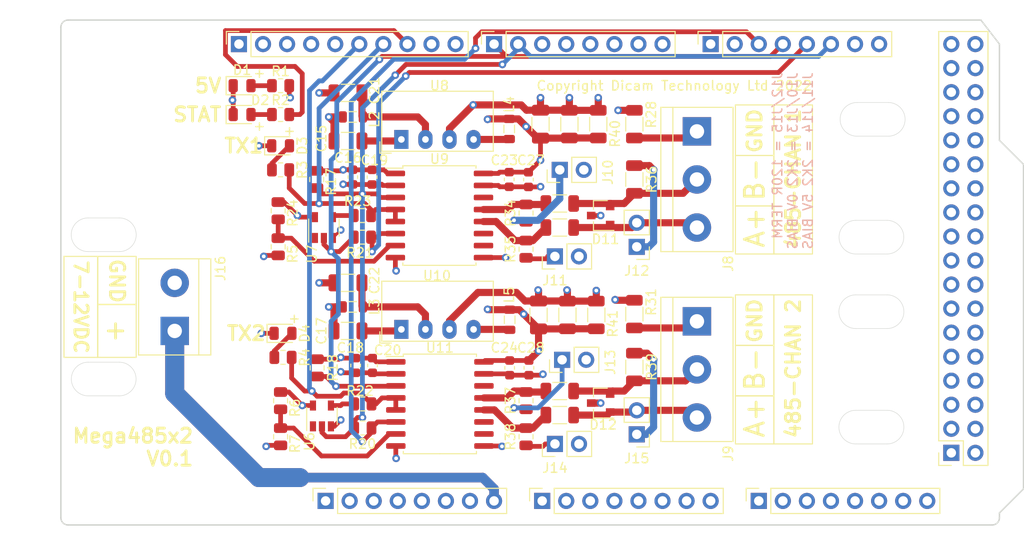
<source format=kicad_pcb>
(kicad_pcb (version 20211014) (generator pcbnew)
  (title_block (date "mar. 31 mars 2015"))
  (layers (0 "F.Cu" signal) (1 "In1.Cu" power) (2 "In2.Cu" power) (31 "B.Cu" signal) (34 "B.Paste" user) (35 "F.Paste" user) (36 "B.SilkS" user "B.Silkscreen") (37 "F.SilkS" user "F.Silkscreen") (38 "B.Mask" user) (39 "F.Mask" user) (44 "Edge.Cuts" user))
  (net 0 "")
  (net 1 "GND")
  (net 2 "/*52")
  (net 3 "/53")
  (net 4 "/50")
  (net 5 "/51")
  (net 6 "/48")
  (net 7 "/49")
  (net 8 "/*46")
  (net 9 "/47")
  (net 10 "/*44")
  (net 11 "/*45")
  (net 12 "/42")
  (net 13 "/43")
  (net 14 "/40")
  (net 15 "/41")
  (net 16 "/38")
  (net 17 "/39")
  (net 18 "/36")
  (net 19 "/37")
  (net 20 "/34")
  (net 21 "/35")
  (net 22 "/32")
  (net 23 "/33")
  (net 24 "/30")
  (net 25 "/31")
  (net 26 "/28")
  (net 27 "/29")
  (net 28 "/26")
  (net 29 "/27")
  (net 30 "/24")
  (net 31 "/25")
  (net 32 "/22")
  (net 33 "/23")
  (net 34 "/IOREF")
  (net 35 "/A0")
  (net 36 "/A1")
  (net 37 "/A2")
  (net 38 "/A3")
  (net 39 "/A8")
  (net 40 "/A9")
  (net 41 "/A10")
  (net 42 "/A11")
  (net 43 "/A12")
  (net 44 "/A13")
  (net 45 "/A14")
  (net 46 "/A15")
  (net 47 "/AREF")
  (net 48 "/*13")
  (net 49 "Net-(C21-Pad1)")
  (net 50 "Net-(C22-Pad1)")
  (net 51 "/*9")
  (net 52 "/*8")
  (net 53 "ISOGNDA")
  (net 54 "ISO5VB")
  (net 55 "/*5")
  (net 56 "/*4")
  (net 57 "/*3")
  (net 58 "/*2")
  (net 59 "/TX0{slash}1")
  (net 60 "/RX0{slash}0")
  (net 61 "+3V3")
  (net 62 "/TX3{slash}14")
  (net 63 "/RX3{slash}15")
  (net 64 "ISOGNDB")
  (net 65 "Net-(D11-Pad1)")
  (net 66 "Net-(D11-Pad2)")
  (net 67 "/SDA{slash}20")
  (net 68 "/SCL{slash}21")
  (net 70 "DE-B")
  (net 71 "DE-A")
  (net 72 "LED-1")
  (net 73 "Rx-B")
  (net 74 "Rx-A")
  (net 75 "Tx-B")
  (net 76 "Tx-A")
  (net 77 "Net-(J9-Pad3)")
  (net 78 "Net-(J10-Pad1)")
  (net 79 "Net-(J11-Pad1)")
  (net 80 "Net-(L4-Pad1)")
  (net 81 "Net-(L5-Pad1)")
  (net 82 "Net-(R22-Pad2)")
  (net 83 "Net-(R23-Pad2)")
  (net 84 "Net-(R26-Pad2)")
  (net 85 "Net-(R27-Pad2)")
  (net 86 "Net-(R29-Pad2)")
  (net 87 "Net-(R30-Pad2)")
  (net 94 "A_RESET")
  (net 95 "TCK")
  (net 96 "TMS")
  (net 97 "TDO")
  (net 98 "TDI")
  (net 99 "+12V")
  (net 100 "Net-(D1-Pad2)")
  (net 101 "Net-(D2-Pad2)")
  (net 102 "Net-(D3-Pad2)")
  (net 103 "Net-(D4-Pad2)")
  (net 104 "+5V")
  (net 105 "Net-(R24-Pad2)")
  (net 106 "Net-(J12-Pad1)")
  (net 107 "Net-(J13-Pad1)")
  (net 108 "Net-(J14-Pad1)")
  (net 109 "Net-(J15-Pad1)")
  (net 110 "Net-(R6-Pad2)")
  (net 111 "Net-(J9-Pad2)")
  (net 112 "Net-(J9-Pad1)")
  (net 113 "Net-(R28-Pad1)")
  (net 114 "/SCL{slash}21A")
  (net 115 "/SDA{slash}20A")
  (footprint "Connector_PinSocket_2.54mm:PinSocket_2x18_P2.54mm_Vertical" (layer "F.Cu") (at 193.98 92.38 180)
    (fp_text reference "J7" hide)
    (fp_text value "Digital")
  )
  (footprint "Connector_PinSocket_2.54mm:PinSocket_1x08_P2.54mm_Vertical" (layer "F.Cu") (at 127.94 97.46 90)
    (fp_text reference "J1" hide)
    (fp_text value "Power")
  )
  (footprint "Connector_PinSocket_2.54mm:PinSocket_1x08_P2.54mm_Vertical" (layer "F.Cu") (at 150.8 97.46 90)
    (fp_text reference "J3" hide)
    (fp_text value "Analog")
  )
  (footprint "Connector_PinSocket_2.54mm:PinSocket_1x08_P2.54mm_Vertical" (layer "F.Cu") (at 173.66 97.46 90)
    (fp_text reference "J5" hide)
    (fp_text value "Analog")
  )
  (footprint "Connector_PinSocket_2.54mm:PinSocket_1x10_P2.54mm_Vertical" (layer "F.Cu") (at 118.796 49.2 90)
    (fp_text reference "J2" hide)
    (fp_text value "PWM")
  )
  (footprint "Connector_PinSocket_2.54mm:PinSocket_1x08_P2.54mm_Vertical" (layer "F.Cu") (at 145.72 49.2 90)
    (fp_text reference "J4" hide)
    (fp_text value "PWM")
  )
  (footprint "Connector_PinSocket_2.54mm:PinSocket_1x08_P2.54mm_Vertical" (layer "F.Cu") (at 168.58 49.2 90)
    (fp_text reference "J6" hide)
    (fp_text value "Communication")
  )
  (footprint "Connector_PinHeader_2.54mm:PinHeader_1x02_P2.54mm_Vertical" (layer "F.Cu") (at 152.146 91.44 90)
    (fp_text reference "J14")
    (fp_text value "Conn_02x01")
  )
  (footprint "Capacitor_SMD:C_0603_1608Metric" (layer "F.Cu") (at 131.1115 83.1475 -90)
    (fp_text reference "C18")
    (fp_text value "1uF")
  )
  (footprint "Inductor_SMD:L_0805_2012Metric" (layer "F.Cu") (at 130.81 76.962)
    (fp_text reference "L3")
    (fp_text value "10uH")
  )
  (footprint "Resistor_SMD:R_1206_3216Metric" (layer "F.Cu") (at 160.528 77.724 90)
    (fp_text reference "R31")
    (fp_text value "100R")
  )
  (footprint "TerminalBlock:TerminalBlock_bornier-3_P5.08mm" (layer "F.Cu") (at 167.132 58.42 -90)
    (fp_text reference "J8")
    (fp_text value "Screw_Terminal_01x03")
  )
  (footprint "Converter_DCDC:Converter_DCDC_muRata_CRE1xxxxxxSC_THT" (layer "F.Cu") (at 135.9375 79.3375 90)
    (fp_text reference "U10")
    (fp_text value "CRE1S0505SC")
  )
  (footprint "Inductor_SMD:L_0805_2012Metric" (layer "F.Cu") (at 130.81 56.896)
    (fp_text reference "L2")
    (fp_text value "10uH")
  )
  (footprint "Capacitor_SMD:C_1206_3216Metric" (layer "F.Cu") (at 130.302 74.422 180)
    (fp_text reference "C22")
    (fp_text value "4.7uF")
  )
  (footprint "Arduino_MountingHole:MountingHole_3.2mm" (layer "F.Cu") (at 196.52 97.46)
    (fp_text reference "MH6" hide)
    (fp_text value "MountingHole_3.2mm" hide)
  )
  (footprint "Resistor_SMD:R_1206_3216Metric" (layer "F.Cu") (at 153.4635 77.8135 90)
    (fp_text reference "R33" hide)
    (fp_text value "300R")
  )
  (footprint "Connector_PinHeader_2.54mm:PinHeader_1x02_P2.54mm_Vertical" (layer "F.Cu") (at 152.654 62.484 90)
    (fp_text reference "J10")
    (fp_text value "Conn_02x01")
  )
  (footprint "Resistor_SMD:R_0805_2012Metric" (layer "F.Cu") (at 122.936 70.612 90)
    (fp_text reference "R5")
    (fp_text value "0R")
  )
  (footprint "Resistor_SMD:R_0805_2012Metric" (layer "F.Cu") (at 123.19 86.868 -90)
    (fp_text reference "R6")
    (fp_text value "DNP/10K")
  )
  (footprint "Resistor_SMD:R_0805_2012Metric" (layer "F.Cu") (at 127.0475 83.4015 -90)
    (fp_text reference "R18")
    (fp_text value "10K")
  )
  (footprint "Resistor_SMD:R_0805_2012Metric" (layer "F.Cu") (at 149.098 90.678 90)
    (fp_text reference "R38")
    (fp_text value "2K2")
  )
  (footprint "Package_TO_SOT_SMD:SOT-23-5" (layer "F.Cu") (at 127.762 68.58 90)
    (fp_text reference "U7")
    (fp_text value "74LVC1G04")
  )
  (footprint "Capacitor_SMD:C_1206_3216Metric" (layer "F.Cu") (at 150.622 57.658 90)
    (fp_text reference "C25" hide)
    (fp_text value "4.7uF")
  )
  (footprint "Resistor_SMD:R_0805_2012Metric" (layer "F.Cu") (at 149.098 67.056 90)
    (fp_text reference "R34")
    (fp_text value "2K2")
  )
  (footprint "Capacitor_SMD:C_0603_1608Metric" (layer "F.Cu") (at 149.352 63.513 -90)
    (fp_text reference "C27")
    (fp_text value "1uF")
  )
  (footprint "Connector_PinHeader_2.54mm:PinHeader_1x02_P2.54mm_Vertical" (layer "F.Cu") (at 152.903 82.55 90)
    (fp_text reference "J13")
    (fp_text value "Conn_02x01")
  )
  (footprint "Resistor_SMD:R_0805_2012Metric" (layer "F.Cu") (at 122.936 66.802 -90)
    (fp_text reference "R24")
    (fp_text value "DNP/10K")
  )
  (footprint "Resistor_SMD:R_1206_3216Metric" (layer "F.Cu") (at 156.718 57.658 90)
    (fp_text reference "R40")
    (fp_text value "300R")
  )
  (footprint "Capacitor_SMD:C_0603_1608Metric" (layer "F.Cu") (at 132.8895 83.1475 -90)
    (fp_text reference "C20")
    (fp_text value " 100nF")
  )
  (footprint "Capacitor_SMD:C_1206_3216Metric" (layer "F.Cu") (at 130.302 59.436)
    (fp_text reference "C15")
    (fp_text value "4.7uF")
  )
  (footprint "Resistor_SMD:R_1206_3216Metric" (layer "F.Cu") (at 152.654 66.04 180)
    (fp_text reference "R26" hide)
    (fp_text value "22R")
  )
  (footprint "Resistor_SMD:R_0805_2012Metric" (layer "F.Cu") (at 149.098 70.866 90)
    (fp_text reference "R35")
    (fp_text value "2K2")
  )
  (footprint "Arduino_MountingHole:MountingHole_3.2mm" (layer "F.Cu") (at 115.24 49.2)
    (fp_text reference "MH1" hide)
    (fp_text value "MountingHole_3.2mm" hide)
  )
  (footprint "LED_SMD:LED_0805_2012Metric" (layer "F.Cu") (at 119.126 53.594)
    (fp_text reference "D1")
    (fp_text value "Red")
  )
  (footprint "Resistor_SMD:R_0805_2012Metric" (layer "F.Cu") (at 131.8735 89.7515 180)
    (fp_text reference "R20")
    (fp_text value "3K3")
  )
  (footprint "LED_SMD:LED_0805_2012Metric" (layer "F.Cu") (at 123.444 79.756)
    (fp_text reference "D4")
    (fp_text value "White")
  )
  (footprint "Capacitor_SMD:C_0603_1608Metric" (layer "F.Cu") (at 149.3995 83.4015 -90)
    (fp_text reference "C28")
    (fp_text value "1uF")
  )
  (footprint "Capacitor_SMD:C_0603_1608Metric" (layer "F.Cu") (at 132.842 63.259 -90)
    (fp_text reference "C19")
    (fp_text value " 100nF")
  )
  (footprint "Connector_PinHeader_2.54mm:PinHeader_1x02_P2.54mm_Vertical" (layer "F.Cu") (at 160.782 70.617 180)
    (fp_text reference "J12")
    (fp_text value "Conn_02x01")
  )
  (footprint "Resistor_SMD:R_1206_3216Metric" (layer "F.Cu") (at 152.654 85.852 180)
    (fp_text reference "R29" hide)
    (fp_text value "22R")
  )
  (footprint "Capacitor_SMD:C_0603_1608Metric" (layer "F.Cu") (at 130.81 63.246 -90)
    (fp_text reference "C16")
    (fp_text value "1uF")
  )
  (footprint "Resistor_SMD:R_0805_2012Metric" (layer "F.Cu") (at 123.19 62.484)
    (fp_text reference "R3")
    (fp_text value "3K")
  )
  (footprint "LED_SMD:LED_0805_2012Metric" (layer "F.Cu") (at 119.126 56.642)
    (fp_text reference "D2")
    (fp_text value "Green")
  )
  (footprint "LED_SMD:LED_0805_2012Metric" (layer "F.Cu") (at 123.19 59.944)
    (fp_text reference "D3")
    (fp_text value "Blue")
  )
  (footprint "Connector_PinHeader_2.54mm:PinHeader_1x02_P2.54mm_Vertical" (layer "F.Cu") (at 152.141 71.628 90)
    (fp_text reference "J11")
    (fp_text value "Conn_02x01")
  )
  (footprint "Resistor_SMD:R_1206_3216Metric" (layer "F.Cu") (at 160.528 63.5 -90)
    (fp_text reference "R36")
    (fp_text value "120R")
  )
  (footprint "Capacitor_SMD:C_1206_3216Metric" (layer "F.Cu") (at 130.302 79.502)
    (fp_text reference "C17")
    (fp_text value "4.7uF")
  )
  (footprint "Resistor_SMD:R_1206_3216Metric" (layer "F.Cu") (at 153.67 57.658 90)
    (fp_text reference "R32" hide)
    (fp_text value "300R")
  )
  (footprint "Capacitor_SMD:C_1206_3216Metric" (layer "F.Cu") (at 150.4155 77.8135 90)
    (fp_text reference "C26" hide)
    (fp_text value "4.7uF")
  )
  (footprint "Resistor_SMD:R_0805_2012Metric" (layer "F.Cu") (at 131.826 67.31 180)
    (fp_text reference "R23")
    (fp_text value "3K3")
  )
  (footprint "Resistor_SMD:R_1206_3216Metric" (layer "F.Cu") (at 156.5115 77.8135 90)
    (fp_text reference "R41")
    (fp_text value "300R")
  )
  (footprint "Inductor_SMD:L_0805_2012Metric" (layer "F.Cu") (at 147.32 58.166 90)
    (fp_text reference "L4")
    (fp_text value "10uH")
  )
  (footprint "Resistor_SMD:R_0805_2012Metric" (layer "F.Cu") (at 123.19 56.642)
    (fp_text reference "R2")
    (fp_text value "3K")
  )
  (footprint "Resistor_SMD:R_0805_2012Metric" (layer "F.Cu") (at 123.19 53.594)
    (fp_text reference "R1")
    (fp_text value "3K")
  )
  (footprint "Resistor_SMD:R_1206_3216Metric" (layer "F.Cu") (at 152.654 68.58 180)
    (fp_text reference "R27" hide)
    (fp_text value "22R")
  )
  (footprint "Resistor_SMD:R_1206_3216Metric" (layer "F.Cu") (at 160.528 83.312 -90)
    (fp_text reference "R39")
    (fp_text value "120R")
  )
  (footprint "Package_TO_SOT_SMD:SOT-23" (layer "F.Cu") (at 156.972 67.31 180)
    (fp_text reference "D11")
    (fp_text value "SM712_SOT23")
  )
  (footprint "Inductor_SMD:L_0805_2012Metric" (layer "F.Cu") (at 147.3675 78.3215 90)
    (fp_text reference "L5")
    (fp_text value "10uH")
  )
  (footprint "Resistor_SMD:R_0805_2012Metric" (layer "F.Cu") (at 127 63.5 -90)
    (fp_text reference "R17")
    (fp_text value "10K")
  )
  (footprint "Resistor_SMD:R_0805_2012Metric" (layer "F.Cu") (at 123.19 90.678 90)
    (fp_text reference "R7")
    (fp_text value "0R")
  )
  (footprint "Capacitor_SMD:C_1206_3216Metric" (layer "F.Cu") (at 130.302 54.356 180)
    (fp_text reference "C21")
    (fp_text value "4.7uF")
  )
  (footprint "Package_TO_SOT_SMD:SOT-23-5" (layer "F.Cu") (at 127.5555 88.4815 90)
    (fp_text reference "U6")
    (fp_text value "74LVC1G04")
  )
  (footprint "Package_TO_SOT_SMD:SOT-23" (layer "F.Cu") (at 156.972 87.122 180)
    (fp_text reference "D12")
    (fp_text value "SM712_SOT23")
  )
  (footprint "Resistor_SMD:R_0805_2012Metric" (layer "F.Cu") (at 131.8735 87.2115 180)
    (fp_text reference "R22")
    (fp_text value "3K3")
  )
  (footprint "Resistor_SMD:R_0805_2012Metric" (layer "F.Cu") (at 149.098 86.868 90)
    (fp_text reference "R37")
    (fp_text value "2K2")
  )
  (footprint "Resistor_SMD:R_1206_3216Metric" (layer "F.Cu") (at 160.528 57.658 90)
    (fp_text reference "R28")
    (fp_text value "100R")
  )
  (footprint "Package_SO:SOIC-16W_7.5x10.3mm_P1.27mm" (layer "F.Cu") (at 140.0015 87.2115)
    (fp_text reference "U11")
    (fp_text value "ISO308xDWR")
  )
  (footprint "Converter_DCDC:Converter_DCDC_muRata_CRE1xxxxxxSC_THT" (layer "F.Cu") (at 135.9375 59.2715 90)
    (fp_text reference "U8")
    (fp_text value "CRE1S0505SC")
  )
  (footprint "Resistor_SMD:R_0805_2012Metric" (layer "F.Cu") (at 123.444 82.296)
    (fp_text reference "R4")
    (fp_text value "3K")
  )
  (footprint "Arduino_MountingHole:MountingHole_3.2mm" (layer "F.Cu") (at 113.97 97.46)
    (fp_text reference "MH2" hide)
    (fp_text value "MountingHole_3.2mm" hide)
  )
  (footprint "Connector_PinHeader_2.54mm:PinHeader_1x02_P2.54mm_Vertical" (layer "F.Cu") (at 160.782 90.429 180)
    (fp_text reference "J15")
    (fp_text value "Conn_02x01")
  )
  (footprint "TerminalBlock:TerminalBlock_bornier-3_P5.08mm" (layer "F.Cu") (at 167.132 78.486 -90)
    (fp_text reference "J9")
    (fp_text value "Screw_Terminal_01x03")
  )
  (footprint "Package_SO:SOIC-16W_7.5x10.3mm_P1.27mm" (layer "F.Cu") (at 139.954 67.31)
    (fp_text reference "U9")
    (fp_text value "ISO308xDWR")
  )
  (footprint "Resistor_SMD:R_0805_2012Metric" (layer "F.Cu") (at 131.826 69.596 180)
    (fp_text reference "R21")
    (fp_text value "3K3")
  )
  (footprint "Arduino_MountingHole:MountingHole_3.2mm" (layer "F.Cu") (at 190.17 49.2)
    (fp_text reference "MH5" hide)
    (fp_text value "MountingHole_3.2mm" hide)
  )
  (footprint "Resistor_SMD:R_1206_3216Metric" (layer "F.Cu") (at 152.654 88.392 180)
    (fp_text reference "R30" hide)
    (fp_text value "22R")
  )
  (footprint "Capacitor_SMD:C_0603_1608Metric" (layer "F.Cu") (at 147.32 63.5 -90)
    (fp_text reference "C23")
    (fp_text value " 100nF")
  )
  (footprint "Capacitor_SMD:C_0603_1608Metric" (layer "F.Cu") (at 147.3675 83.4015 -90)
    (fp_text reference "C24")
    (fp_text value " 100nF")
  )
  (footprint "TerminalBlock:TerminalBlock_bornier-2_P5.08mm" (layer "F.Cu") (at 112.014 79.502 90)
    (fp_text reference "J16")
    (fp_text value "Screw_Terminal_01x02")
  )
  (gr_rect (start 171.196 60.96) (end 175.26 66.294) (layer "F.SilkS") (width 0.12) (fill none))
  (gr_rect (start 175.26 75.692) (end 179.324 91.44) (layer "F.SilkS") (width 0.12) (fill none))
  (gr_rect (start 107.95 82.296) (end 103.886 76.708) (layer "F.SilkS") (width 0.12) (fill none))
  (gr_rect (start 107.95 76.708) (end 103.886 71.628) (layer "F.SilkS") (width 0.12) (fill none))
  (gr_rect (start 103.886 82.296) (end 100.33 71.628) (layer "F.SilkS") (width 0.12) (fill none))
  (gr_rect (start 171.196 86.36) (end 175.26 91.44) (layer "F.SilkS") (width 0.12) (fill none))
  (gr_rect (start 171.196 66.294) (end 175.26 71.374) (layer "F.SilkS") (width 0.12) (fill none))
  (gr_rect (start 175.26 55.626) (end 179.324 71.374) (layer "F.SilkS") (width 0.12) (fill none))
  (gr_rect (start 171.196 81.026) (end 175.26 86.36) (layer "F.SilkS") (width 0.12) (fill none))
  (gr_rect (start 171.196 75.692) (end 175.26 81.026) (layer "F.SilkS") (width 0.12) (fill none))
  (gr_rect (start 171.196 55.626) (end 175.26 60.96) (layer "F.SilkS") (width 0.12) (fill none))
  (gr_arc (start 187.198 67.818) (mid 188.976 69.596) (end 187.198 71.374) (layer "Edge.Cuts") (width 0.05))
  (gr_line (start 199.06 59.36) (end 201.6 61.9) (layer "Edge.Cuts") (width 0.15))
  (gr_line (start 100 99.238) (end 100 47.422) (layer "Edge.Cuts") (width 0.15))
  (gr_arc (start 102.87 71.12) (mid 101.092 69.342) (end 102.87 67.564) (layer "Edge.Cuts") (width 0.05))
  (gr_line (start 102.87 86.36) (end 106.172 86.36) (layer "Edge.Cuts") (width 0.05))
  (gr_line (start 183.896 91.44) (end 187.198 91.44) (layer "Edge.Cuts") (width 0.05))
  (gr_line (start 183.896 79.248) (end 187.198 79.248) (layer "Edge.Cuts") (width 0.05))
  (gr_line (start 183.896 67.818) (end 187.198 67.818) (layer "Edge.Cuts") (width 0.05))
  (gr_line (start 102.87 67.564) (end 106.172 67.564) (layer "Edge.Cuts") (width 0.05))
  (gr_line (start 201.6 61.9) (end 201.6 96.19) (layer "Edge.Cuts") (width 0.15))
  (gr_line (start 198.298 100) (end 100.762 100) (layer "Edge.Cuts") (width 0.15))
  (gr_line (start 184.023 58.928) (end 187.325 58.928) (layer "Edge.Cuts") (width 0.05))
  (gr_arc (start 183.896 91.44) (mid 182.118 89.662) (end 183.896 87.884) (layer "Edge.Cuts") (width 0.05))
  (gr_line (start 100.762 46.66) (end 197.104 46.66) (layer "Edge.Cuts") (width 0.15))
  (gr_line (start 183.896 75.692) (end 187.198 75.692) (layer "Edge.Cuts") (width 0.05))
  (gr_arc (start 100.762 100) (mid 100.223185 99.776815) (end 100 99.238) (layer "Edge.Cuts") (width 0.15))
  (gr_line (start 201.6 96.19) (end 199.06 98.73) (layer "Edge.Cuts") (width 0.15))
  (gr_line (start 184.023 55.372) (end 187.325 55.372) (layer "Edge.Cuts") (width 0.05))
  (gr_arc (start 187.198 75.692) (mid 188.976 77.47) (end 187.198 79.248) (layer "Edge.Cuts") (width 0.05))
  (gr_arc (start 187.325 55.372) (mid 189.103 57.15) (end 187.325 58.928) (layer "Edge.Cuts") (width 0.05))
  (gr_line (start 197.104 46.66) (end 199.06 49.2) (layer "Edge.Cuts") (width 0.15))
  (gr_line (start 183.896 87.884) (end 187.198 87.884) (layer "Edge.Cuts") (width 0.05))
  (gr_arc (start 199.06 99.238) (mid 198.836815 99.776815) (end 198.298 100) (layer "Edge.Cuts") (width 0.15))
  (gr_line (start 102.87 82.804) (end 106.172 82.804) (layer "Edge.Cuts") (width 0.05))
  (gr_arc (start 187.198 87.884) (mid 188.976 89.662) (end 187.198 91.44) (layer "Edge.Cuts") (width 0.05))
  (gr_arc (start 183.896 79.248) (mid 182.118 77.47) (end 183.896 75.692) (layer "Edge.Cuts") (width 0.05))
  (gr_line (start 183.896 71.374) (end 187.198 71.374) (layer "Edge.Cuts") (width 0.05))
  (gr_arc (start 106.172 67.564) (mid 107.95 69.342) (end 106.172 71.12) (layer "Edge.Cuts") (width 0.05))
  (gr_line (start 102.87 71.12) (end 106.172 71.12) (layer "Edge.Cuts") (width 0.05))
  (gr_arc (start 183.896 71.374) (mid 182.118 69.596) (end 183.896 67.818) (layer "Edge.Cuts") (width 0.05))
  (gr_arc (start 106.172 82.804) (mid 107.95 84.582) (end 106.172 86.36) (layer "Edge.Cuts") (width 0.05))
  (gr_line (start 199.06 49.2) (end 199.06 59.36) (layer "Edge.Cuts") (width 0.15))
  (gr_arc (start 184.023 58.928) (mid 182.245 57.15) (end 184.023 55.372) (layer "Edge.Cuts") (width 0.05))
  (gr_line (start 199.06 98.73) (end 199.06 99.238) (layer "Edge.Cuts") (width 0.15))
  (gr_arc (start 100 47.422) (mid 100.223185 46.883185) (end 100.762 46.66) (layer "Edge.Cuts") (width 0.15))
  (gr_arc (start 102.87 86.36) (mid 101.092 84.582) (end 102.87 82.804) (layer "Edge.Cuts") (width 0.05))
  (gr_text "J12/J15 = 120R TERM\nJ10/J13 = 2K2 0V BIAS\nJ11/J14 = 2K2 5V BIAS" (at 177.2412 52.0954 90) (layer "B.SilkS") (effects (font (size 1 1)) (justify left mirror)))
  (gr_text "Mega485x2\nV0.1" (at 114.1222 91.7956) (layer "F.SilkS") (effects (font (size 1.5 1.5) (thickness 0.3)) (justify right)))
  (gr_text "485-CHAN 2" (at 177.292 75.946 90) (layer "F.SilkS") (effects (font (size 1.5 1.5) (thickness 0.3)) (justify right)))
  (gr_text "+" (at 124.714 78.232 270) (layer "F.SilkS") (effects (font (size 1 1))))
  (gr_text "TX2" (at 121.759 79.756) (layer "F.SilkS") (effects (font (size 1.5 1.5) (thickness 0.3)) (justify right)))
  (gr_text "TX1" (at 121.505 59.944) (layer "F.SilkS") (effects (font (size 1.5 1.5) (thickness 0.3)) (justify right)))
  (gr_text "7-12VDC" (at 102.108 82.042 270) (layer "F.SilkS") (effects (font (size 1.4 1.4) (thickness 0.3)) (justify right)))
  (gr_text "+" (at 124.206 58.42 270) (layer "F.SilkS") (effects (font (size 1 1))))
  (gr_text "A+" (at 173.228 68.58 90) (layer "F.SilkS") (effects (font (size 2 2) (thickness 0.3))))
  (gr_text "STAT" (at 117.094 56.642) (layer "F.SilkS") (effects (font (size 1.5 1.5) (thickness 0.3)) (justify right)))
  (gr_text "+" (at 121.031 57.912 270) (layer "F.SilkS") (effects (font (size 1 1))))
  (gr_text "5V" (at 117.094 53.594) (layer "F.SilkS") (effects (font (size 1.5 1.5) (thickness 0.3)) (justify right)))
  (gr_text "Copyright Dicam Technology Ltd 2022" (at 150.114 53.594) (layer "F.SilkS") (effects (font (size 1 1)) (justify left)))
  (gr_text "+" (at 121.031 52.324 270) (layer "F.SilkS") (effects (font (size 1 1))))
  (gr_text "GND" (at 105.918 76.708 270) (layer "F.SilkS") (effects (font (size 1.5 1.5) (thickness 0.3)) (justify right)))
  (gr_text "GND" (at 173.228 75.946 90) (layer "F.SilkS") (effects (font (size 1.5 1.5) (thickness 0.3)) (justify right)))
  (gr_text "B-" (at 173.228 63.5 90) (layer "F.SilkS") (effects (font (size 2 2) (thickness 0.3))))
  (gr_text "GND" (at 173.228 55.88 90) (layer "F.SilkS") (effects (font (size 1.5 1.5) (thickness 0.3)) (justify right)))
  (gr_text "485-CHAN 1" (at 177.292 55.88 90) (layer "F.SilkS") (effects (font (size 1.5 1.5) (thickness 0.3)) (justify right)))
  (gr_text "B-" (at 173.228 83.566 90) (layer "F.SilkS") (effects (font (size 2 2) (thickness 0.3))))
  (gr_text "A+" (at 173.228 88.646 90) (layer "F.SilkS") (effects (font (size 2 2) (thickness 0.3))))
  (gr_text "+" (at 105.918 79.502 270) (layer "F.SilkS") (effects (font (size 2 2) (thickness 0.3))))
  (segment (start 135.3515 91.6565) (end 135.3515 92.9335) (width 0.5) (layer "F.Cu") (net 1))
  (segment (start 128.827 54.356) (end 127.254 54.356) (width 0.75) (layer "F.Cu") (net 1))
  (segment (start 128.712 69.68) (end 128.712 69.662) (width 0.29) (layer "F.Cu") (net 1))
  (segment (start 118.1885 55.1965) (end 118.11 55.118) (width 0.5) (layer "F.Cu") (net 1))
  (segment (start 118.1885 53.594) (end 118.1885 55.0395) (width 0.5) (layer "F.Cu") (net 1))
  (segment (start 135.3515 84.0365) (end 133.0035 84.0365) (width 0.5) (layer "F.Cu") (net 1))
  (segment (start 128.712 69.662) (end 129.54 68.834) (width 0.29) (layer "F.Cu") (net 1))
  (segment (start 132.868 64.008) (end 132.842 64.034) (width 0.5) (layer "F.Cu") (net 1))
  (segment (start 135.773 59.436) (end 135.9375 59.2715) (width 0.75) (layer "F.Cu") (net 1))
  (segment (start 121.158 79.756) (end 122.5065 79.756) (width 0.5) (layer "F.Cu") (net 1))
  (segment (start 121.5155 71.5245) (end 121.412 71.628) (width 0.5) (layer "F.Cu") (net 1))
  (segment (start 135.304 64.135) (end 133.985 64.135) (width 0.5) (layer "F.Cu") (net 1))
  (segment (start 135.304 73.074) (end 135.382 73.152) (width 0.5) (layer "F.Cu") (net 1))
  (segment (start 129.807 64.021) (end 129.794 64.008) (width 0.5) (layer "F.Cu") (net 1))
  (segment (start 122.936 71.5245) (end 121.5155 71.5245) (width 0.5) (layer "F.Cu") (net 1))
  (segment (start 133.858 64.008) (end 132.868 64.008) (width 0.5) (layer "F.Cu") (net 1))
  (segment (start 133.985 64.135) (end 133.858 64.008) (width 0.5) (layer "F.Cu") (net 1))
  (segment (start 123.19 91.5905) (end 121.7695 91.5905) (width 0.5) (layer "F.Cu") (net 1))
  (segment (start 135.304 71.755) (end 135.304 73.074) (width 0.5) (layer "F.Cu") (net 1))
  (segment (start 131.777 79.502) (end 135.773 79.502) (width 0.75) (layer "F.Cu") (net 1))
  (segment (start 131.777 59.436) (end 135.773 59.436) (width 0.75) (layer "F.Cu") (net 1))
  (segment (start 118.1885 56.642) (end 118.1885 55.1965) (width 0.5) (layer "F.Cu") (net 1))
  (segment (start 118.1885 55.0395) (end 118.11 55.118) (width 0.5) (layer "F.Cu") (net 1))
  (segment (start 129.6425 83.9225) (end 129.54 83.82) (width 0.5) (layer "F.Cu") (net 1))
  (segment (start 135.3515 92.9335) (end 135.382 92.964) (width 0.5) (layer "F.Cu") (net 1))
  (segment (start 131.1115 83.9225) (end 129.6425 83.9225) (width 0.5) (layer "F.Cu") (net 1))
  (segment (start 135.773 79.502) (end 135.9375 79.3375) (width 0.75) (layer "F.Cu") (net 1))
  (segment (start 132.842 64.034) (end 130.823 64.034) (width 0.5) (layer "F.Cu") (net 1))
  (segment (start 128.8585 89.5815) (end 129.54 88.9) (width 0.5) (layer "F.Cu") (net 1))
  (segment (start 130.81 64.021) (end 129.807 64.021) (width 0.5) (layer "F.Cu") (net 1))
  (segment (start 132.8895 83.9225) (end 131.1115 83.9225) (width 0.5) (layer "F.Cu") (net 1))
  (segment (start 120.904 59.944) (end 122.2525 59.944) (width 0.5) (layer "F.Cu") (net 1))
  (segment (start 133.0035 84.0365) (end 132.8895 83.9225) (width 0.5) (layer "F.Cu") (net 1))
  (segment (start 128.827 74.422) (end 127.254 74.422) (width 0.75) (layer "F.Cu") (net 1))
  (segment (start 130.823 64.034) (end 130.81 64.021) (width 0.5) (layer "F.Cu") (net 1))
  (segment (start 128.5055 89.5815) (end 128.8585 89.5815) (width 0.5) (layer "F.Cu") (net 1))
  (segment (start 121.7695 91.5905) (end 121.666 91.694) (width 0.5) (layer "F.Cu") (net 1))
  (via (at 129.54 83.82) (size 0.8) (drill 0.4) (layers "F.Cu" "B.Cu") (net 1))
  (via (at 135.382 73.152) (size 0.8) (drill 0.4) (layers "F.Cu" "B.Cu") (net 1))
  (via (at 127.254 74.422) (size 0.8) (drill 0.4) (layers "F.Cu" "B.Cu") (net 1))
  (via (at 127.254 54.356) (size 0.8) (drill 0.4) (layers "F.Cu" "B.Cu") (net 1))
  (via (at 121.412 71.628) (size 0.8) (drill 0.4) (layers "F.Cu" "B.Cu") (net 1))
  (via (at 121.158 79.756) (size 0.8) (drill 0.4) (layers "F.Cu" "B.Cu") (net 1))
  (via (at 118.11 55.118) (size 0.8) (drill 0.4) (layers "F.Cu" "B.Cu") (net 1))
  (via (at 120.904 59.944) (size 0.8) (drill 0.4) (layers "F.Cu" "B.Cu") (net 1))
  (via (at 135.382 92.964) (size 0.8) (drill 0.4) (layers "F.Cu" "B.Cu") (net 1))
  (via (at 129.54 88.9) (size 0.8) (drill 0.4) (layers "F.Cu" "B.Cu") (net 1))
  (via (at 129.54 68.834) (size 0.8) (drill 0.4) (layers "F.Cu" "B.Cu") (net 1))
  (via (at 129.794 64.008) (size 0.8) (drill 0.4) (layers "F.Cu" "B.Cu") (net 1))
  (via (at 121.666 91.694) (size 0.8) (drill 0.4) (layers "F.Cu" "B.Cu") (net 1))
  (segment (start 138.4775 57.7055) (end 138.4775 59.2715) (width 0.75) (layer "F.Cu") (net 49))
  (segment (start 137.668 56.896) (end 138.4775 57.7055) (width 0.75) (layer "F.Cu") (net 49))
  (segment (start 131.777 56.8005) (end 131.8725 56.896) (width 0.75) (layer "F.Cu") (net 49))
  (segment (start 131.8725 56.896) (end 137.668 56.896) (width 0.75) (layer "F.Cu") (net 49))
  (segment (start 131.777 54.356) (end 131.777 56.8005) (width 0.75) (layer "F.Cu") (net 49))
  (segment (start 138.4775 77.7715) (end 138.4775 79.3375) (width 0.75) (layer "F.Cu") (net 50))
  (segment (start 131.777 76.8665) (end 131.8725 76.962) (width 0.75) (layer "F.Cu") (net 50))
  (segment (start 131.777 74.422) (end 131.777 76.8665) (width 0.75) (layer "F.Cu") (net 50))
  (segment (start 131.8725 76.962) (end 137.668 76.962) (width 0.75) (layer "F.Cu") (net 50))
  (segment (start 137.668 76.962) (end 138.4775 77.7715) (width 0.75) (layer "F.Cu") (net 50))
  (segment (start 144.604 71.755) (end 146.939 71.755) (width 0.5) (layer "F.Cu") (net 53))
  (segment (start 160.528 56.1955) (end 158.8115 56.1955) (width 0.75) (layer "F.Cu") (net 53))
  (segment (start 147.32 62.725) (end 149.339 62.725) (width 0.5) (layer "F.Cu") (net 53))
  (segment (start 147.32 57.1035) (end 145.0805 57.1035) (width 0.75) (layer "F.Cu") (net 53))
  (segment (start 149.147 56.183) (end 150.622 56.183) (width 0.75) (layer "F.Cu") (net 53))
  (segment (start 144.604 64.135) (end 146.177 64.135) (width 0.5) (layer "F.Cu") (net 53))
  (segment (start 145.0805 57.1035) (end 145.034 57.15) (width 0.75) (layer "F.Cu") (net 53))
  (segment (start 147.32 57.1035) (end 148.2895 57.1035) (width 0.75) (layer "F.Cu") (net 53))
  (segment (start 146.177 64.135) (end 146.317 64.275) (width 0.5) (layer "F.Cu") (net 53))
  (segment (start 148.59 55.626) (end 149.147 56.183) (width 0.75) (layer "F.Cu") (net 53))
  (segment (start 150.319 59.133) (end 150.622 59.133) (width 0.75) (layer "F.Cu") (net 53))
  (segment (start 153.67 59.1205) (end 156.718 59.1205) (width 0.75) (layer "F.Cu") (net 53))
  (segment (start 141.0175 58.1185) (end 143.51 55.626) (width 0.75) (layer "F.Cu") (net 53))
  (segment (start 149.352 62.738) (end 150.622 61.468) (width 0.5) (layer "F.Cu") (net 53))
  (segment (start 148.2895 57.1035) (end 149.098 57.912) (width 0.75) (layer "F.Cu") (net 53))
  (segment (start 150.622 56.183) (end 153.6575 56.183) (width 0.75) (layer "F.Cu") (net 53))
  (segment (start 147.32 64.275) (end 149.339 64.275) (width 0.5) (layer "F.Cu") (net 53))
  (segment (start 150.596 64.288) (end 150.622 64.262) (width 0.5) (layer "F.Cu") (net 53))
  (segment (start 150.622 59.133) (end 153.6575 59.133) (width 0.75) (layer "F.Cu") (net 53))
  (segment (start 146.317 64.275) (end 147.32 64.275) (width 0.5) (layer "F.Cu") (net 53))
  (segment (start 153.6575 59.133) (end 153.67 59.1205) (width 0.75) (layer "F.Cu") (net 53))
  (segment (start 156.718 56.1955) (end 156.718 54.864) (width 0.75) (layer "F.Cu") (net 53))
  (segment (start 144.604 62.865) (end 146.177 62.865) (width 0.5) (layer "F.Cu") (net 53))
  (segment (start 143.51 55.626) (end 148.59 55.626) (width 0.75) (layer "F.Cu") (net 53))
  (segment (start 150.622 59.133) (end 150.622 61.468) (width 0.5) (layer "F.Cu") (net 53))
  (segment (start 153.6575 56.183) (end 153.67 56.1955) (width 0.75) (layer "F.Cu") (net 53))
  (segment (start 148.2895 57.1035) (end 150.319 59.133) (width 0.75) (layer "F.Cu") (net 53))
  (segment (start 155.972 67.31) (end 156.972 67.31) (width 0.5) (layer "F.Cu") (net 53))
  (segment (start 149.352 64.288) (end 150.596 64.288) (width 0.5) (layer "F.Cu") (net 53))
  (segment (start 146.177 62.865) (end 146.317 62.725) (width 0.5) (layer "F.Cu") (net 53))
  (segment (start 146.317 62.725) (end 147.32 62.725) (width 0.5) (layer "F.Cu") (net 53))
  (segment (start 150.622 56.183) (end 150.622 54.864) (width 0.75) (layer "F.Cu") (net 53))
  (segment (start 141.0175 59.2715) (end 141.0175 58.1185) (width 0.75) (layer "F.Cu") (net 53))
  (segment (start 153.67 56.1955) (end 156.718 56.1955) (width 0.75) (layer "F.Cu") (net 53))
  (segment (start 149.339 64.275) (end 149.352 64.288) (width 0.5) (layer "F.Cu") (net 53))
  (segment (start 149.339 62.725) (end 149.352 62.738) (width 0.5) (layer "F.Cu") (net 53))
  (segment (start 153.67 56.1955) (end 153.67 54.864) (width 0.75) (layer "F.Cu") (net 53))
  (via (at 150.622 64.262) (size 0.8) (drill 0.4) (layers "F.Cu" "B.Cu") (net 53))
  (via (at 156.718 54.864) (size 0.8) (drill 0.4) (layers "F.Cu" "B.Cu") (net 53))
  (via (at 145.034 57.15) (size 0.8) (drill 0.4) (layers "F.Cu" "B.Cu") (net 53))
  (via (at 150.622 54.864) (size 0.8) (drill 0.4) (layers "F.Cu" "B.Cu") (net 53))
  (via (at 143.51 55.626) (size 0.8) (drill 0.4) (layers "F.Cu" "B.Cu") (net 53))
  (via (at 156.972 67.31) (size 0.8) (drill 0.4) (layers "F.Cu" "B.Cu") (net 53))
  (via (at 153.67 54.864) (size 0.8) (drill 0.4) (layers "F.Cu" "B.Cu") (net 53))
  (via (at 150.622 61.468) (size 0.8) (drill 0.4) (layers "F.Cu" "B.Cu") (net 53))
  (via (at 149.098 57.912) (size 0.8) (drill 0.4) (layers "F.Cu" "B.Cu") (net 53))
  (via (at 158.8115 56.1955) (size 0.8) (drill 0.4) (layers "F.Cu" "B.Cu") (net 53))
  (via (at 146.939 71.755) (size 0.8) (drill 0.4) (layers "F.Cu" "B.Cu") (net 53))
  (segment (start 153.4635 79.276) (end 156.5115 79.276) (width 0.75) (layer "F.Cu") (net 54))
  (segment (start 145.077 77.259) (end 145.034 77.216) (width 0.75) (layer "F.Cu") (net 54))
  (segment (start 149.3995 82.6265) (end 147.3675 82.6265) (width 0.5) (layer "F.Cu") (net 54))
  (segment (start 150.4155 81.6105) (end 149.3995 82.6265) (width 0.75) (layer "F.Cu") (net 54))
  (segment (start 148.386 77.259) (end 150.4155 79.2885) (width 0.75) (layer "F.Cu") (net 54))
  (segment (start 150.4155 79.2885) (end 153.451 79.2885) (width 0.75) (layer "F.Cu") (net 54))
  (segment (start 147.3675 77.259) (end 148.386 77.259) (width 0.75) (layer "F.Cu") (net 54))
  (segment (start 147.3675 82.6265) (end 144.7915 82.6265) (width 0.5) (layer "F.Cu") (net 54))
  (segment (start 150.4155 79.2885) (end 150.4155 81.6105) (width 0.75) (layer "F.Cu") (net 54))
  (segment (start 144.7915 82.6265) (end 144.6515 82.7665) (width 0.5) (layer "F.Cu") (net 54))
  (segment (start 153.451 79.2885) (end 153.4635 79.276) (width 0.75) (layer "F.Cu") (net 54))
  (segment (start 147.3675 77.259) (end 145.077 77.259) (width 0.75) (layer "F.Cu") (net 54))
  (via (at 148.8475 77.7205) (size 0.8) (drill 0.4) (layers "F.Cu" "B.Cu") (net 54))
  (via (at 145.034 77.216) (size 0.8) (drill 0.4) (layers "F.Cu" "B.Cu") (net 54))
  (via (at 150.4155 81.6105) (size 0.8) (drill 0.4) (layers "F.Cu" "B.Cu") (net 54))
  (segment (start 141.0175 79.3375) (end 141.0175 78.4385) (width 0.75) (layer "F.Cu") (net 64))
  (segment (start 148.082 75.438) (end 148.9825 76.3385) (width 0.75) (layer "F.Cu") (net 64))
  (segment (start 146.5205 91.6565) (end 146.558 91.694) (width 0.5) (layer "F.Cu") (net 64))
  (segment (start 148.9825 76.3385) (end 150.4155 76.3385) (width 0.75) (layer "F.Cu") (net 64))
  (segment (start 160.528 76.2615) (end 158.5575 76.2615) (width 0.75) (layer "F.Cu") (net 64))
  (segment (start 150.4155 75.2315) (end 150.368 75.184) (width 0.75) (layer "F.Cu") (net 64))
  (segment (start 153.4635 76.351) (end 153.4635 75.2315) (width 0.75) (layer "F.Cu") (net 64))
  (segment (start 153.4635 76.351) (end 156.5115 76.351) (width 0.75) (layer "F.Cu") (net 64))
  (segment (start 158.5575 76.2615) (end 158.496 76.2) (width 0.75) (layer "F.Cu") (net 64))
  (segment (start 141.0175 78.4385) (end 144.018 75.438) (width 0.75) (layer "F.Cu") (net 64))
  (segment (start 150.4155 76.3385) (end 150.4155 75.2315) (width 0.75) (layer "F.Cu") (net 64))
  (segment (start 155.972 87.122) (end 156.972 87.122) (width 0.75) (layer "F.Cu") (net 64))
  (segment (start 149.3995 84.1765) (end 150.7735 84.1765) (width 0.5) (layer "F.Cu") (net 64))
  (segment (start 144.018 75.438) (end 148.082 75.438) (width 0.75) (layer "F.Cu") (net 64))
  (segment (start 153.4635 75.2315) (end 153.416 75.184) (width 0.75) (layer "F.Cu") (net 64))
  (segment (start 144.6515 84.0365) (end 147.2275 84.0365) (width 0.5) (layer "F.Cu") (net 64))
  (segment (start 147.3675 84.1765) (end 149.3995 84.1765) (width 0.5) (layer "F.Cu") (net 64))
  (segment (start 150.4155 76.3385) (end 153.451 76.3385) (width 0.75) (layer "F.Cu") (net 64))
  (segment (start 156.5115 76.351) (end 156.5115 75.2315) (width 0.75) (layer "F.Cu") (net 64))
  (segment (start 150.7735 84.1765) (end 150.876 84.074) (width 0.5) (layer "F.Cu") (net 64))
  (segment (start 147.2275 84.0365) (end 147.3675 84.1765) (width 0.5) (layer "F.Cu") (net 64))
  (segment (start 144.6515 91.6565) (end 146.5205 91.6565) (width 0.5) (layer "F.Cu") (net 64))
  (segment (start 153.451 76.3385) (end 153.4635 76.351) (width 0.75) (layer "F.Cu") (net 64))
  (via (at 150.876 84.074) (size 0.8) (drill 0.4) (layers "F.Cu" "B.Cu") (net 64))
  (via (at 156.5115 75.2315) (size 0.8) (drill 0.4) (layers "F.Cu" "B.Cu") (net 64))
  (via (at 146.558 91.694) (size 0.8) (drill 0.4) (layers "F.Cu" "B.Cu") (net 64))
  (via (at 156.972 87.122) (size 0.8) (drill 0.4) (layers "F.Cu" "B.Cu") (net 64))
  (via (at 150.368 75.184) (size 0.8) (drill 0.4) (layers "F.Cu" "B.Cu") (net 64))
  (via (at 158.496 76.2) (size 0.8) (drill 0.4) (layers "F.Cu" "B.Cu") (net 64))
  (via (at 153.416 75.184) (size 0.8) (drill 0.4) (layers "F.Cu" "B.Cu") (net 64))
  (segment (start 157.972 68.26) (end 157.972 68.31) (width 0.75) (layer "F.Cu") (net 65))
  (segment (start 160.782 68.077) (end 166.629 68.077) (width 0.75) (layer "F.Cu") (net 65))
  (segment (start 160.279 68.58) (end 160.782 68.077) (width 0.75) (layer "F.Cu") (net 65))
  (segment (start 158.242 68.58) (end 160.279 68.58) (width 0.75) (layer "F.Cu") (net 65))
  (segment (start 157.972 68.31) (end 158.242 68.58) (width 0.75) (layer "F.Cu") (net 65))
  (segment (start 166.629 68.077) (end 167.132 68.58) (width 0.75) (layer "F.Cu") (net 65))
  (segment (start 154.1165 68.58) (end 158.242 68.58) (width 0.75) (layer "F.Cu") (net 65))
  (segment (start 157.972 66.36) (end 157.972 66.056) (width 0.75) (layer "F.Cu") (net 66))
  (segment (start 165.6695 64.9625) (end 167.132 63.5) (width 0.75) (layer "F.Cu") (net 66))
  (segment (start 159.4505 66.04) (end 160.528 64.9625) (width 0.75) (layer "F.Cu") (net 66))
  (segment (start 160.528 64.9625) (end 165.6695 64.9625) (width 0.75) (layer "F.Cu") (net 66))
  (segment (start 157.972 66.056) (end 157.988 66.04) (width 0.75) (layer "F.Cu") (net 66))
  (segment (start 154.1165 66.04) (end 157.988 66.04) (width 0.75) (layer "F.Cu") (net 66))
  (segment (start 157.988 66.04) (end 159.4505 66.04) (width 0.75) (layer "F.Cu") (net 66))
  (segment (start 135.3515 86.5765) (end 135.3515 87.8465) (width 0.5) (layer "F.Cu") (net 70))
  (segment (start 124.3565 82.296) (end 124.3565 84.4785) (width 0.5) (layer "F.Cu") (net 70))
  (segment (start 133.2605 87.2115) (end 133.8955 86.5765) (width 0.5) (layer "F.Cu") (net 70))
  (segment (start 133.8955 86.5765) (end 135.3515 86.5765) (width 0.5) (layer "F.Cu") (net 70))
  (segment (start 129.872 86.0615) (end 131.636 86.0615) (width 0.5) (layer "F.Cu") (net 70))
  (segment (start 131.636 86.0615) (end 132.786 87.2115) (width 0.5) (layer "F.Cu") (net 70))
  (segment (start 127.0415 86.4015) (end 129.532 86.4015) (width 0.5) (layer "F.Cu") (net 70))
  (segment (start 124.3565 84.4785) (end 125.73 85.852) (width 0.5) (layer "F.Cu") (net 70))
  (segment (start 129.532 86.4015) (end 129.872 86.0615) (width 0.5) (layer "F.Cu") (net 70))
  (segment (start 126.492 85.852) (end 127.0415 86.4015) (width 0.5) (layer "F.Cu") (net 70))
  (segment (start 132.786 87.2115) (end 133.2605 87.2115) (width 0.5) (layer "F.Cu") (net 70))
  (segment (start 125.73 85.852) (end 126.492 85.852) (width 0.5) (layer "F.Cu") (net 70))
  (via (at 126.492 85.852) (size 0.8) (drill 0.4) (layers "F.Cu" "B.Cu") (net 70))
  (segment (start 126.492 85.852) (end 126.238 85.598) (width 0.5) (layer "B.Cu") (net 70))
  (segment (start 127.61 53.086) (end 131.496 49.2) (width 0.5) (layer "B.Cu") (net 70))
  (segment (start 126.238 85.598) (end 126.238 54.102) (width 0.5) (layer "B.Cu") (net 70))
  (segment (start 127.254 53.086) (end 127.61 53.086) (width 0.5) (layer "B.Cu") (net 70))
  (segment (start 126.238 54.102) (end 127.254 53.086) (width 0.5) (layer "B.Cu") (net 70))
  (segment (start 125.73 66.04) (end 127.254 66.04) (width 0.5) (layer "F.Cu") (net 71))
  (segment (start 127.254 66.04) (end 132.08 66.04) (width 0.5) (layer "F.Cu") (net 71))
  (segment (start 124.1025 64.4125) (end 125.73 66.04) (width 0.5) (layer "F.Cu") (net 71))
  (segment (start 132.7385 67.31) (end 132.7385 67.1595) (width 0.5) (layer "F.Cu") (net 71))
  (segment (start 135.304 66.675) (end 135.304 67.945) (width 0.5) (layer "F.Cu") (net 71))
  (segment (start 132.08 66.04) (end 132.7385 66.6985) (width 0.5) (layer "F.Cu") (net 71))
  (segment (start 132.7385 67.1595) (end 133.223 66.675) (width 0.5) (layer "F.Cu") (net 71))
  (segment (start 132.7385 66.6985) (end 132.7385 67.31) (width 0.5) (layer "F.Cu") (net 71))
  (segment (start 124.1025 62.484) (end 124.1025 64.4125) (width 0.5) (layer "F.Cu") (net 71))
  (segment (start 133.223 66.675) (end 135.304 66.675) (width 0.5) (layer "F.Cu") (net 71))
  (via (at 127.254 66.04) (size 0.8) (drill 0.4) (layers "F.Cu" "B.Cu") (net 71))
  (segment (start 127.254 55.982) (end 134.036 49.2) (width 0.5) (layer "B.Cu") (net 71))
  (segment (start 127.254 66.04) (end 127.254 55.982) (width 0.5) (layer "B.Cu") (net 71))
  (segment (start 125.476 56.388) (end 125.222 56.642) (width 0.5) (layer "F.Cu") (net 72))
  (segment (start 125.222 56.642) (end 124.1025 56.642) (width 0.5) (layer "F.Cu") (net 72))
  (segment (start 125.476 52.324) (end 125.476 56.388) (width 0.5) (layer "F.Cu") (net 72))
  (segment (start 124.714 51.562) (end 125.476 52.324) (width 0.5) (layer "F.Cu") (net 72))
  (segment (start 117.371 50.315) (end 118.618 51.562) (width 0.5) (layer "F.Cu") (net 72))
  (segment (start 136.576 49.2) (end 135.151 47.775) (width 0.5) (layer "F.Cu") (net 72))
  (segment (start 135.151 47.775) (end 117.371 47.775) (width 0.5) (layer "F.Cu") (net 72))
  (segment (start 117.371 47.775) (end 117.371 50.315) (width 0.5) (layer "F.Cu") (net 72))
  (segment (start 118.618 51.562) (end 124.714 51.562) (width 0.5) (layer "F.Cu") (net 72))
  (segment (start 174.9 50.5) (end 147.02 50.5) (width 0.5) (layer "F.Cu") (net 73))
  (segment (start 128.002 84.314) (end 129.032 85.344) (width 0.5) (layer "F.Cu") (net 73))
  (segment (start 135.314 85.344) (end 135.3515 85.3065) (width 0.5) (layer "F.Cu") (net 73))
  (segment (start 128.524 71.12) (end 127.762 70.358) (width 0.5) (layer "F.Cu") (net 73))
  (segment (start 176.2 49.2) (end 174.9 50.5) (width 0.5) (layer "F.Cu") (net 73))
  (segment (start 147.02 50.5) (end 133.904 50.5) (width 0.5) (layer "F.Cu") (net 73))
  (segment (start 129.032 85.344) (end 135.314 85.344) (width 0.5) (layer "F.Cu") (net 73))
  (segment (start 127.762 70.358) (end 127.762 69.68) (width 0.5) (layer "F.Cu") (net 73))
  (segment (start 129.3895 71.12) (end 130.9135 69.596) (width 0.5) (layer "F.Cu") (net 73))
  (segment (start 133.604 50.8) (end 133.620688 50.816688) (width 0.5) (layer "F.Cu") (net 73))
  (segment (start 127.0475 84.314) (end 128.002 84.314) (width 0.5) (layer "F.Cu") (net 73))
  (segment (start 147.02 50.5) (end 145.72 49.2) (width 0.5) (layer "F.Cu") (net 73))
  (segment (start 133.904 50.5) (end 133.604 50.8) (width 0.5) (layer "F.Cu") (net 73))
  (segment (start 128.524 71.12) (end 129.3895 71.12) (width 0.5) (layer "F.Cu") (net 73))
  (via (at 129.032 85.344) (size 0.8) (drill 0.4) (layers "F.Cu" "B.Cu") (net 73))
  (via (at 128.524 71.12) (size 0.8) (drill 0.4) (layers "F.Cu" "B.Cu") (net 73))
  (via (at 133.620688 50.816688) (size 0.8) (drill 0.4) (layers "F.Cu" "B.Cu") (net 73))
  (segment (start 129.12 60.872) (end 128.524 61.468) (width 0.5) (layer "B.Cu") (net 73))
  (segment (start 128.524 71.12) (end 129.286 71.882) (width 0.5) (layer "B.Cu") (net 73))
  (segment (start 129.286 71.882) (end 129.286 77.724) (width 0.5) (layer "B.Cu") (net 73))
  (segment (start 133.620688 50.816688) (end 129.12 55.317376) (width 0.5) (layer "B.Cu") (net 73))
  (segment (start 129.286 77.724) (end 128.524 78.486) (width 0.5) (layer "B.Cu") (net 73))
  (segment (start 128.524 78.486) (end 128.524 84.836) (width 0.5) (layer "B.Cu") (net 73))
  (segment (start 128.524 84.836) (end 129.032 85.344) (width 0.5) (layer "B.Cu") (net 73))
  (segment (start 129.12 55.317376) (end 129.12 60.872) (width 0.5) (layer "B.Cu") (net 73))
  (segment (start 128.524 61.468) (end 128.524 71.12) (width 0.5) (layer "B.Cu") (net 73))
  (segment (start 131.318 88.646) (end 130.961 89.003) (width 0.5) (layer "F.Cu") (net 74))
  (segment (start 130.961 89.765) (end 130.048 90.678) (width 0.5) (layer "F.Cu") (net 74))
  (segment (start 127.6115 65.024) (end 127 64.4125) (width 0.5) (layer "F.Cu") (net 74))
  (segment (start 131.826 65.024) (end 133.35 65.024) (width 0.5) (layer "F.Cu") (net 74))
  (segment (start 131.826 65.024) (end 127.6115 65.024) (width 0.5) (layer "F.Cu") (net 74))
  (segment (start 133.35 65.024) (end 133.731 65.405) (width 0.5) (layer "F.Cu") (net 74))
  (segment (start 133.731 65.405) (end 135.304 65.405) (width 0.5) (layer "F.Cu") (net 74))
  (segment (start 130.961 89.7515) (end 130.961 89.765) (width 0.5) (layer "F.Cu") (net 74))
  (segment (start 127.5555 90.2175) (end 127.5555 89.5815) (width 0.5) (layer "F.Cu") (net 74))
  (segment (start 130.961 89.003) (end 130.961 89.7515) (width 0.5) (layer "F.Cu") (net 74))
  (segment (start 131.826 88.646) (end 131.318 88.646) (width 0.5) (layer "F.Cu") (net 74))
  (segment (start 136.425124 51.3495) (end 135.289312 52.485312) (width 0.5) (layer "F.Cu") (net 74))
  (segment (start 128.016 90.678) (end 127.5555 90.2175) (width 0.5) (layer "F.Cu") (net 74))
  (segment (start 130.048 90.678) (end 128.016 90.678) (width 0.5) (layer "F.Cu") (net 74))
  (segment (start 146.5995 51.3495) (end 136.425124 51.3495) (width 0.5) (layer "F.Cu") (net 74))
  (via (at 131.826 65.024) (size 0.8) (drill 0.4) (layers "F.Cu" "B.Cu") (net 74))
  (via (at 146.5995 51.3495) (size 0.8) (drill 0.4) (layers "F.Cu" "B.Cu") (net 74))
  (via (at 135.289312 52.485312) (size 0.8) (drill 0.4) (layers "F.Cu" "B.Cu") (net 74))
  (via (at 131.826 88.646) (size 0.8) (drill 0.4) (layers "F.Cu" "B.Cu") (net 74))
  (segment (start 131.826 65.024) (end 131.826 55.948624) (width 0.5) (layer "B.Cu") (net 74))
  (segment (start 131.826 55.948624) (end 135.289312 52.485312) (width 0.5) (layer "B.Cu") (net 74))
  (segment (start 149.56 50.5) (end 148.26 49.2) (width 0.5) (layer "B.Cu") (net 74))
  (segment (start 179.98 50.5) (end 149.56 50.5) (width 0.5) (layer "B.Cu") (net 74))
  (segment (start 148.26 49.689) (end 148.26 49.2) (width 0.5) (layer "B.Cu") (net 74))
  (segment (start 181.28 49.2) (end 179.98 50.5) (width 0.5) (layer "B.Cu") (net 74))
  (segment (start 131.826 65.024) (end 131.826 88.646) (width 0.5) (layer "B.Cu") (net 74))
  (segment (start 146.5995 51.3495) (end 148.26 49.689) (width 0.5) (layer "B.Cu") (net 74))
  (segment (start 173.66 49.2) (end 172.36 47.9) (width 0.5) (layer "F.Cu") (net 75))
  (segment (start 132.842 90.17) (end 132.842 89.8075) (width 0.5) (layer "F.Cu") (net 75))
  (segment (start 143.764 49.784) (end 143.764 49.6505) (width 0.5) (layer "F.Cu") (net 75))
  (segment (start 132.786 89.7515) (end 133.421 89.1165) (width 0.5) (layer "F.Cu") (net 75))
  (segment (start 133.421 89.1165) (end 135.3515 89.1165) (width 0.5) (layer "F.Cu") (net 75))
  (segment (start 172.36 47.9) (end 144.42 47.9) (width 0.5) (layer "F.Cu") (net 75))
  (segment (start 144.42 47.9) (end 143.764 48.556) (width 0.5) (layer "F.Cu") (net 75))
  (segment (start 132.842 89.8075) (end 132.786 89.7515) (width 0.5) (layer "F.Cu") (net 75))
  (segment (start 131.826 91.186) (end 132.842 90.17) (width 0.5) (layer "F.Cu") (net 75))
  (segment (start 143.764 48.556) (end 143.764 49.784) (width 0.5) (layer "F.Cu") (net 75))
  (via (at 143.764 49.6505) (size 0.8) (drill 0.4) (layers "F.Cu" "B.Cu") (net 75))
  (via (at 131.826 91.186) (size 0.8) (drill 0.4) (layers "F.Cu" "B.Cu") (net 75))
  (segment (start 135.128 50.8) (end 142.6145 50.8) (width 0.5) (layer "B.Cu") (net 75))
  (segment (start 130.644 55.284) (end 135.128 50.8) (width 0.5) (layer "B.Cu") (net 75))
  (segment (start 131.826 91.186) (end 130.644 90.004) (width 0.5) (layer "B.Cu") (net 75))
  (segment (start 130.644 90.004) (end 130.644 55.284) (width 0.5) (layer "B.Cu") (net 75))
  (segment (start 142.6145 50.8) (end 143.764 49.6505) (width 0.5) (layer "B.Cu") (net 75))
  (segment (start 133.731 69.215) (end 135.304 69.215) (width 0.5) (layer "F.Cu") (net 76))
  (segment (start 136.398 52.578) (end 136.7765 52.1995) (width 0.5) (layer "F.Cu") (net 76))
  (segment (start 132.842 71.12) (end 132.842 69.6995) (width 0.5) (layer "F.Cu") (net 76))
  (segment (start 132.7385 69.596) (end 133.35 69.596) (width 0.5) (layer "F.Cu") (net 76))
  (segment (start 136.7765 52.1995) (end 175.7405 52.1995) (width 0.5) (layer "F.Cu") (net 76))
  (segment (start 133.35 69.596) (end 133.731 69.215) (width 0.5) (layer "F.Cu") (net 76))
  (segment (start 175.7405 52.1995) (end 178.74 49.2) (width 0.5) (layer "F.Cu") (net 76))
  (segment (start 132.842 69.6995) (end 132.7385 69.596) (width 0.5) (layer "F.Cu") (net 76))
  (via (at 136.398 52.578) (size 0.8) (drill 0.4) (layers "F.Cu" "B.Cu") (net 76))
  (via (at 132.842 71.12) (size 0.8) (drill 0.4) (layers "F.Cu" "B.Cu") (net 76))
  (segment (start 133.542 55.434) (end 133.542 70.42) (width 0.5) (layer "B.Cu") (net 76))
  (segment (start 136.398 52.578) (end 133.542 55.434) (width 0.5) (layer "B.Cu") (net 76))
  (segment (start 133.542 70.42) (end 132.842 71.12) (width 0.5) (layer "B.Cu") (net 76))
  (segment (start 160.599 88.072) (end 160.782 87.889) (width 0.75) (layer "F.Cu") (net 77))
  (segment (start 166.375 87.889) (end 167.132 88.646) (width 0.75) (layer "F.Cu") (net 77))
  (segment (start 157.652 88.392) (end 157.972 88.072) (width 0.75) (layer "F.Cu") (net 77))
  (segment (start 157.972 88.072) (end 160.599 88.072) (width 0.75) (layer "F.Cu") (net 77))
  (segment (start 154.1165 88.392) (end 157.652 88.392) (width 0.75) (layer "F.Cu") (net 77))
  (segment (start 160.782 87.889) (end 166.375 87.889) (width 0.75) (layer "F.Cu") (net 77))
  (segment (start 147.828 67.818) (end 148.9475 67.818) (width 0.75) (layer "F.Cu") (net 78))
  (segment (start 148.9475 67.818) (end 149.098 67.9685) (width 0.75) (layer "F.Cu") (net 78))
  (via (at 147.828 67.818) (size 0.8) (drill 0.4) (layers "F.Cu" "B.Cu") (net 78))
  (segment (start 152.654 62.484) (end 152.654 65.532) (width 0.75) (layer "B.Cu") (net 78))
  (segment (start 152.654 65.532) (end 150.368 67.818) (width 0.75) (layer "B.Cu") (net 78))
  (segment (start 150.368 67.818) (end 147.828 67.818) (width 0.75) (layer "B.Cu") (net 78))
  (segment (start 151.384 71.882) (end 149.2015 71.882) (width 0.5) (layer "F.Cu") (net 79))
  (segment (start 151.384 71.628) (end 151.384 71.882) (width 0.5) (layer "F.Cu") (net 79))
  (segment (start 152.141 71.628) (end 151.384 71.628) (width 0.5) (layer "F.Cu") (net 79))
  (segment (start 149.2015 71.882) (end 149.098 71.7785) (width 0.5) (layer "F.Cu") (net 79))
  (segment (start 143.5575 59.2715) (end 147.277 59.2715) (width 0.75) (layer "F.Cu") (net 80))
  (segment (start 147.277 59.2715) (end 147.32 59.2285) (width 0.29) (layer "F.Cu") (net 80))
  (segment (start 147.321 79.3375) (end 147.3675 79.384) (width 0.75) (layer "F.Cu") (net 81))
  (segment (start 143.5575 79.3375) (end 147.321 79.3375) (width 0.75) (layer "F.Cu") (net 81))
  (segment (start 129.7045 87.2115) (end 129.5345 87.3815) (width 0.5) (layer "F.Cu") (net 82))
  (segment (start 130.961 87.2115) (end 129.7045 87.2115) (width 0.5) (layer "F.Cu") (net 82))
  (segment (start 129.5345 87.3815) (end 128.5055 87.3815) (width 0.5) (layer "F.Cu") (net 82))
  (segment (start 128.882 67.31) (end 128.712 67.48) (width 0.5) (layer "F.Cu") (net 83))
  (segment (start 130.9135 67.31) (end 128.882 67.31) (width 0.5) (layer "F.Cu") (net 83))
  (segment (start 144.604 66.675) (end 147.193 66.675) (width 0.75) (layer "F.Cu") (net 84))
  (segment (start 149.098 66.1435) (end 151.088 66.1435) (width 0.75) (layer "F.Cu") (net 84))
  (segment (start 147.193 66.675) (end 147.7245 66.1435) (width 0.75) (layer "F.Cu") (net 84))
  (segment (start 151.088 66.1435) (end 151.1915 66.04) (width 0.75) (layer "F.Cu") (net 84))
  (segment (start 147.7245 66.1435) (end 149.098 66.1435) (width 0.75) (layer "F.Cu") (net 84))
  (segment (start 147.9315 69.9535) (end 149.098 69.9535) (width 0.75) (layer "F.Cu") (net 85))
  (segment (start 149.098 69.9535) (end 149.818 69.9535) (width 0.75) (layer "F.Cu") (net 85))
  (segment (start 149.818 69.9535) (end 151.1915 68.58) (width 0.75) (layer "F.Cu") (net 85))
  (segment (start 144.604 67.945) (end 145.923 67.945) (width 0.75) (layer "F.Cu") (net 85))
  (segment (start 145.923 67.945) (end 147.9315 69.9535) (width 0.75) (layer "F.Cu") (net 85))
  (segment (start 148.9945 85.852) (end 149.098 85.9555) (width 0.75) (layer "F.Cu") (net 86))
  (segment (start 147.1035 86.5765) (end 147.828 85.852) (width 0.75) (layer "F.Cu") (net 86))
  (segment (start 144.6515 86.5765) (end 147.1035 86.5765) (width 0.75) (layer "F.Cu") (net 86))
  (segment (start 147.828 85.852) (end 148.9945 85.852) (width 0.75) (layer "F.Cu") (net 86))
  (segment (start 149.098 85.9555) (end 151.041 85.9555) (width 0.75) (layer "F.Cu") (net 86))
  (segment (start 149.818 89.7655) (end 151.1915 88.392) (width 0.75) (layer "F.Cu") (net 87))
  (segment (start 147.6775 89.7655) (end 149.098 89.7655) (width 0.75) (layer "F.Cu") (net 87))
  (segment (start 145.7585 87.8465) (end 147.6775 89.7655) (width 0.75) (layer "F.Cu") (net 87))
  (segment (start 144.6515 87.8465) (end 145.7585 87.8465) (width 0.75) (layer "F.Cu") (net 87))
  (segment (start 149.098 89.7655) (end 149.818 89.7655) (width 0.75) (layer "F.Cu") (net 87))
  (segment (start 112.014 79.502) (end 112.014 86.106) (width 2) (layer "F.Cu") (net 99))
  (segment (start 112.014 86.106) (end 120.904 94.996) (width 2) (layer "F.Cu") (net 99))
  (segment (start 144.526 94.996) (end 145.72 96.19) (width 1) (layer "F.Cu") (net 99))
  (segment (start 125.222 94.996) (end 144.526 94.996) (width 1) (layer "F.Cu") (net 99))
  (segment (start 145.72 96.19) (end 145.72 97.46) (width 1) (layer "F.Cu") (net 99))
  (segment (start 120.904 94.996) (end 125.222 94.996) (width 2) (layer "F.Cu") (net 99))
  (segment (start 145.72 96.19) (end 145.72 97.46) (width 1) (layer "B.Cu") (net 99))
  (segment (start 112.014 79.502) (end 112.014 86.106) (width 2) (layer "B.Cu") (net 99))
  (segment (start 144.526 94.996) (end 145.72 96.19) (width 1) (layer "B.Cu") (net 99))
  (segment (start 112.014 86.106) (end 120.904 94.996) (width 2) (layer "B.Cu") (net 99))
  (segment (start 120.904 94.996) (end 125.222 94.996) (width 2) (layer "B.Cu") (net 99))
  (segment (start 125.222 94.996) (end 144.526 94.996) (width 1) (layer "B.Cu") (net 99))
  (segment (start 122.2775 53.594) (end 120.0635 53.594) (width 0.5) (layer "F.Cu") (net 100))
  (segment (start 120.0635 56.642) (end 122.2775 56.642) (width 0.5) (layer "F.Cu") (net 101))
  (segment (start 122.2775 61.794) (end 124.1275 59.944) (width 0.5) (layer "F.Cu") (net 102))
  (segment (start 122.2775 62.484) (end 122.2775 61.794) (width 0.5) (layer "F.Cu") (net 102))
  (segment (start 122.5315 81.606) (end 124.3815 79.756) (width 0.5) (layer "F.Cu") (net 103))
  (segment (start 122.5315 82.296) (end 122.5315 81.606) (width 0.5) (layer "F.Cu") (net 103))
  (segment (start 125.4815 87.3815) (end 125.476 87.376) (width 0.5) (layer "F.Cu") (net 104))
  (segment (start 123.5475 65.8895) (end 124.968 67.31) (width 0.5) (layer "F.Cu") (net 104))
  (segment (start 124.0555 85.9555) (end 125.476 87.376) (width 0.5) (layer "F.Cu") (net 104))
  (segment (start 131.1115 82.3725) (end 129.6165 82.3725) (width 0.5) (layer "F.Cu") (net 104))
  (segment (start 128.827 57.453) (end 128.27 56.896) (width 0.75) (layer "F.Cu") (net 104))
  (segment (start 126.6055 87.3815) (end 125.4815 87.3815) (width 0.5) (layer "F.Cu") (net 104))
  (segment (start 129.032 76.962) (end 128.27 76.962) (width 0.75) (layer "F.Cu") (net 104))
  (segment (start 129.6165 82.3725) (end 129.54 82.296) (width 0.5) (layer "F.Cu") (net 104))
  (segment (start 127 62.5875) (end 129.6905 62.5875) (width 0.5) (layer "F.Cu") (net 104))
  (segment (start 127.0475 82.489) (end 129.347 82.489) (width 0.5) (layer "F.Cu") (net 104))
  (segment (start 128.827 77.167) (end 129.032 76.962) (width 0.75) (layer "F.Cu") (net 104))
  (segment (start 128.827 79.502) (end 128.827 77.167) (width 0.75) (layer "F.Cu") (net 104))
  (segment (start 130.823 62.484) (end 130.81 62.471) (width 0.5) (layer "F.Cu") (net 104))
  (segment (start 124.1025 54.7605) (end 124.206 54.864) (width 0.5) (layer "F.Cu") (net 104))
  (segment (start 134.112 62.484) (end 132.842 62.484) (width 0.5) (layer "F.Cu") (net 104))
  (segment (start 124.968 67.31) (end 125.138 67.48) (width 0.5) (layer "F.Cu") (net 104))
  (segment (start 128.827 59.436) (end 128.827 57.453) (width 0.75) (layer "F.Cu") (net 104))
  (segment (start 135.304 62.865) (end 134.493 62.865) (width 0.5) (layer "F.Cu") (net 104))
  (segment (start 133.2835 82.7665) (end 132.8895 82.3725) (width 0.5) (layer "F.Cu") (net 104))
  (segment (start 129.807 62.471) (end 129.794 62.484) (width 0.5) (layer "F.Cu") (net 104))
  (segment (start 129.6905 62.5875) (end 129.794 62.484) (width 0.5) (layer "F.Cu") (net 104))
  (segment (start 122.936 65.8895) (end 123.5475 65.8895) (width 0.5) (layer "F.Cu") (net 104))
  (segment (start 129.347 82.489) (end 129.54 82.296) (width 0.5) (layer "F.Cu") (net 104))
  (segment (start 123.19 85.9555) (end 124.0555 85.9555) (width 0.5) (layer "F.Cu") (net 104))
  (segment (start 129.7475 56.896) (end 128.27 56.896) (width 0.75) (layer "F.Cu") (net 104))
  (segment (start 134.493 62.865) (end 134.112 62.484) (width 0.5) (layer "F.Cu") (net 104))
  (segment (start 135.3515 82.7665) (end 133.2835 82.7665) (width 0.5) (layer "F.Cu") (net 104))
  (segment (start 125.138 67.48) (end 126.812 67.48) (width 0.5) (layer "F.Cu") (net 104))
  (segment (start 129.7475 76.962) (end 129.032 76.962) (width 0.75) (layer "F.Cu") (net 104))
  (segment (start 132.8895 82.3725) (end 131.1115 82.3725) (width 0.5) (layer "F.Cu") (net 104))
  (segment (start 124.1025 53.594) (end 124.1025 54.7605) (width 0.5) (layer "F.Cu") (net 104))
  (segment (start 130.81 62.471) (end 129.807 62.471) (width 0.5) (layer "F.Cu") (net 104))
  (segment (start 132.842 62.484) (end 130.823 62.484) (width 0.5) (layer "F.Cu") (net 104))
  (via (at 129.794 62.484) (size 0.8) (drill 0.4) (layers "F.Cu" "B.Cu") (net 104))
  (via (at 129.54 82.296) (size 0.8) (drill 0.4) (layers "F.Cu" "B.Cu") (net 104))
  (via (at 128.27 76.962) (size 0.8) (drill 0.4) (layers "F.Cu" "B.Cu") (net 104))
  (via (at 124.968 67.31) (size 0.8) (drill 0.4) (layers "F.Cu" "B.Cu") (net 104))
  (via (at 125.476 87.376) (size 0.8) (drill 0.4) (layers "F.Cu" "B.Cu") (net 104))
  (via (at 128.27 56.896) (size 0.8) (drill 0.4) (layers "F.Cu" "B.Cu") (net 104))
  (via (at 124.206 54.864) (size 0.8) (drill 0.4) (layers "F.Cu" "B.Cu") (net 104))
  (segment (start 133.049472 72.136) (end 126.746 72.136) (width 0.5) (layer "F.Cu") (net 105))
  (segment (start 135.304 70.485) (end 134.700472 70.485) (width 0.5) (layer "F.Cu") (net 105))
  (segment (start 122.936 67.7145) (end 122.936 69.6995) (width 0.5) (layer "F.Cu") (net 105))
  (segment (start 126.746 72.136) (end 124.3095 69.6995) (width 0.5) (layer "F.Cu") (net 105))
  (segment (start 122.936 69.6995) (end 124.3095 69.6995) (width 0.5) (layer "F.Cu") (net 105))
  (segment (start 134.700472 70.485) (end 133.049472 72.136) (width 0.5) (layer "F.Cu") (net 105))
  (segment (start 160.528 62.0375) (end 162.1135 62.0375) (width 0.75) (layer "F.Cu") (net 106))
  (segment (start 162.1135 62.0375) (end 162.56 62.484) (width 0.75) (layer "F.Cu") (net 106))
  (via (at 162.56 62.484) (size 0.8) (drill 0.4) (layers "F.Cu" "B.Cu") (net 106))
  (segment (start 162.047 70.617) (end 162.56 70.104) (width 0.75) (layer "B.Cu") (net 106))
  (segment (start 160.782 70.617) (end 162.047 70.617) (width 0.75) (layer "B.Cu") (net 106))
  (segment (start 162.56 70.104) (end 162.56 62.484) (width 0.75) (layer "B.Cu") (net 106))
  (segment (start 147.828 87.63) (end 148.9475 87.63) (width 0.5) (layer "F.Cu") (net 107))
  (segment (start 148.9475 87.63) (end 149.098 87.7805) (width 0.5) (layer "F.Cu") (net 107))
  (via (at 147.828 87.63) (size 0.8) (drill 0.4) (layers "F.Cu" "B.Cu") (net 107))
  (segment (start 152.903 85.095) (end 150.368 87.63) (width 0.5) (layer "B.Cu") (net 107))
  (segment (start 150.368 87.63) (end 147.828 87.63) (width 0.5) (layer "B.Cu") (net 107))
  (segment (start 152.903 82.55) (end 152.903 85.095) (width 0.5) (layer "B.Cu") (net 107))
  (segment (start 149.2015 91.694) (end 149.098 91.5905) (width 0.5) (layer "F.Cu") (net 108))
  (segment (start 152.146 91.44) (end 151.13 91.44) (width 0.5) (layer "F.Cu") (net 108))
  (segment (start 151.13 91.44) (end 150.876 91.694) (width 0.5) (layer "F.Cu") (net 108))
  (segment (start 150.876 91.694) (end 149.2015 91.694) (width 0.5) (layer "F.Cu") (net 108))
  (segment (start 162.56 82.55) (end 161.8595 81.8495) (width 0.75) (layer "F.Cu") (net 109))
  (segment (start 161.8595 81.8495) (end 160.528 81.8495) (width 0.75) (layer "F.Cu") (net 109))
  (via (at 162.56 82.55) (size 0.8) (drill 0.4) (layers "F.Cu" "B.Cu") (net 109))
  (segment (start 162.56 82.55) (end 162.56 89.662) (width 0.75) (layer "B.Cu") (net 109))
  (segment (start 162.56 89.662) (end 161.793 90.429) (width 0.75) (layer "B.Cu") (net 109))
  (segment (start 161.793 90.429) (end 160.782 90.429) (width 0.75) (layer "B.Cu") (net 109))
  (segment (start 135.3515 90.3865) (end 134.6575 90.3865) (width 0.5) (layer "F.Cu") (net 110))
  (segment (start 132.334 92.71) (end 127.508 92.71) (width 0.5) (layer "F.Cu") (net 110))
  (segment (start 134.6575 90.3865) (end 132.334 92.71) (width 0.5) (layer "F.Cu") (net 110))
  (segment (start 127.508 92.71) (end 124.5635 89.7655) (width 0.5) (layer "F.Cu") (net 110))
  (segment (start 123.19 87.7805) (end 123.19 89.7655) (width 0.5) (layer "F.Cu") (net 110))
  (segment (start 124.5635 89.7655) (end 123.19 89.7655) (width 0.5) (layer "F.Cu") (net 110))
  (segment (start 160.528 84.7745) (end 165.9235 84.7745) (width 0.75) (layer "F.Cu") (net 111))
  (segment (start 158.242 85.852) (end 159.4505 85.852) (width 0.75) (layer "F.Cu") (net 111))
  (segment (start 154.1165 85.852) (end 158.242 85.852) (width 0.75) (layer "F.Cu") (net 111))
  (segment (start 165.9235 84.7745) (end 167.132 83.566) (width 0.75) (layer "F.Cu") (net 111))
  (segment (start 157.972 86.172) (end 157.972 86.122) (width 0.75) (layer "F.Cu") (net 111))
  (segment (start 159.4505 85.852) (end 160.528 84.7745) (width 0.75) (layer "F.Cu") (net 111))
  (segment (start 157.972 86.122) (end 158.242 85.852) (width 0.75) (layer "F.Cu") (net 111))
  (segment (start 160.528 79.1865) (end 166.4315 79.1865) (width 0.75) (layer "F.Cu") (net 112))
  (segment (start 166.4315 79.1865) (end 167.132 78.486) (width 0.75) (layer "F.Cu") (net 112))
  (segment (start 160.528 59.1205) (end 166.4315 59.1205) (width 0.75) (layer "F.Cu") (net 113))
  (segment (start 166.4315 59.1205) (end 167.132 58.42) (width 0.75) (layer "F.Cu") (net 113))
)
</source>
